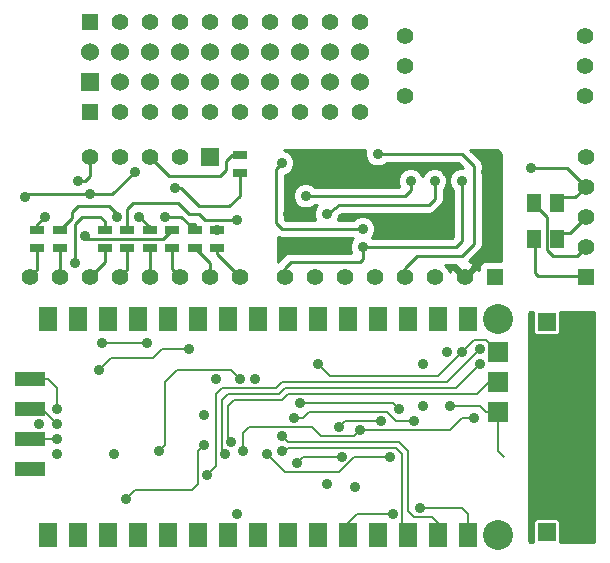
<source format=gbl>
G04 (created by PCBNEW (2014-01-10 BZR 4027)-stable) date Thursday, November 27, 2014 'pmt' 01:46:01 pm*
%MOIN*%
G04 Gerber Fmt 3.4, Leading zero omitted, Abs format*
%FSLAX34Y34*%
G01*
G70*
G90*
G04 APERTURE LIST*
%ADD10C,0.00393701*%
%ADD11R,0.1X0.05*%
%ADD12C,0.1*%
%ADD13R,0.07X0.07*%
%ADD14R,0.06X0.08*%
%ADD15R,0.055X0.055*%
%ADD16C,0.055*%
%ADD17R,0.0472441X0.0590551*%
%ADD18R,0.0590551X0.0590551*%
%ADD19R,0.045X0.025*%
%ADD20R,0.06X0.06*%
%ADD21C,0.06*%
%ADD22C,0.035*%
%ADD23C,0.007*%
%ADD24C,0.01*%
G04 APERTURE END LIST*
G54D10*
G54D11*
X70750Y-38150D03*
X70750Y-37150D03*
X70750Y-36150D03*
X70750Y-35150D03*
G54D12*
X86350Y-40350D03*
X86350Y-33150D03*
G54D13*
X86350Y-36250D03*
X86350Y-35250D03*
X86350Y-34250D03*
G54D14*
X75350Y-40350D03*
X74350Y-40350D03*
X73350Y-40350D03*
X72350Y-40350D03*
X71350Y-40350D03*
X80350Y-40350D03*
X79350Y-40350D03*
X78350Y-40350D03*
X77350Y-40350D03*
X76350Y-40350D03*
X85350Y-40350D03*
X84350Y-40350D03*
X83350Y-40350D03*
X82350Y-40350D03*
X81350Y-40350D03*
X81350Y-33150D03*
X82350Y-33150D03*
X83350Y-33150D03*
X84350Y-33150D03*
X85350Y-33150D03*
X76350Y-33150D03*
X77350Y-33150D03*
X78350Y-33150D03*
X79350Y-33150D03*
X80350Y-33150D03*
X71350Y-33150D03*
X72350Y-33150D03*
X73350Y-33150D03*
X74350Y-33150D03*
X75350Y-33150D03*
G54D15*
X89300Y-31750D03*
G54D16*
X89300Y-30750D03*
X89300Y-29750D03*
X89300Y-28750D03*
X89300Y-27750D03*
G54D17*
X87556Y-29309D03*
X88343Y-29309D03*
X88343Y-30490D03*
X87556Y-30490D03*
G54D16*
X83265Y-23735D03*
X83265Y-24735D03*
X83265Y-25735D03*
X89265Y-23735D03*
X89265Y-24735D03*
X89265Y-25735D03*
G54D15*
X86250Y-31755D03*
G54D16*
X85250Y-31755D03*
X84250Y-31755D03*
X83250Y-31755D03*
X82250Y-31755D03*
X81250Y-31755D03*
X80250Y-31755D03*
X79250Y-31755D03*
G54D18*
X76750Y-27750D03*
G54D16*
X77750Y-31750D03*
X76750Y-31750D03*
X75750Y-31750D03*
X74750Y-31750D03*
X73750Y-31750D03*
X72750Y-31750D03*
X71750Y-31750D03*
X70750Y-31750D03*
X75750Y-27750D03*
X74750Y-27750D03*
X73750Y-27750D03*
X72750Y-27750D03*
G54D19*
X77000Y-30200D03*
X77000Y-30800D03*
X74000Y-30200D03*
X74000Y-30800D03*
X76250Y-30200D03*
X76250Y-30800D03*
X77750Y-28300D03*
X77750Y-27700D03*
X73250Y-30200D03*
X73250Y-30800D03*
X75500Y-30200D03*
X75500Y-30800D03*
X71750Y-30200D03*
X71750Y-30800D03*
X74750Y-30200D03*
X74750Y-30800D03*
X71000Y-30200D03*
X71000Y-30800D03*
G54D20*
X87987Y-33262D03*
G54D21*
X88987Y-33262D03*
G54D20*
X87987Y-40262D03*
G54D21*
X88987Y-40262D03*
G54D20*
X72750Y-25250D03*
G54D21*
X72750Y-24250D03*
X73750Y-25250D03*
X73750Y-24250D03*
X74750Y-25250D03*
X74750Y-24250D03*
X75750Y-25250D03*
X75750Y-24250D03*
X76750Y-25250D03*
X76750Y-24250D03*
X77750Y-25250D03*
X77750Y-24250D03*
X78750Y-25250D03*
X78750Y-24250D03*
X79750Y-25250D03*
X79750Y-24250D03*
X80750Y-24250D03*
X81750Y-25250D03*
X80750Y-25250D03*
X81750Y-24250D03*
G54D15*
X72750Y-26250D03*
G54D16*
X73750Y-26250D03*
X74750Y-26250D03*
X75750Y-26250D03*
X76750Y-26250D03*
X77750Y-26250D03*
X78750Y-26250D03*
X79750Y-26250D03*
X80750Y-26250D03*
X81750Y-26250D03*
G54D15*
X72750Y-23250D03*
G54D16*
X73750Y-23250D03*
X74750Y-23250D03*
X75750Y-23250D03*
X76750Y-23250D03*
X77750Y-23250D03*
X78750Y-23250D03*
X79750Y-23250D03*
X80750Y-23250D03*
X81750Y-23250D03*
G54D22*
X71650Y-36150D03*
X81150Y-37750D03*
X79650Y-37950D03*
X74650Y-33950D03*
X73150Y-33950D03*
X85150Y-34250D03*
X80350Y-34650D03*
X75050Y-37550D03*
X77750Y-35150D03*
X73950Y-39150D03*
X76550Y-37350D03*
X77250Y-37650D03*
X85750Y-34650D03*
X77450Y-37250D03*
X85750Y-34150D03*
X76650Y-38350D03*
X82450Y-36550D03*
X81050Y-36750D03*
X83750Y-39450D03*
X79550Y-36450D03*
X83550Y-36550D03*
X83050Y-36150D03*
X79750Y-35950D03*
X80650Y-29655D03*
X84250Y-28555D03*
X71650Y-37150D03*
X71650Y-36650D03*
X82850Y-39650D03*
X79150Y-37550D03*
X79150Y-37050D03*
X82350Y-27655D03*
X79950Y-29055D03*
X83450Y-28555D03*
X85150Y-28555D03*
X81850Y-30755D03*
X82750Y-37750D03*
X78650Y-37650D03*
X85550Y-36450D03*
X77850Y-37550D03*
X81750Y-36850D03*
X85950Y-28255D03*
X71650Y-37650D03*
X84650Y-34250D03*
X83850Y-34650D03*
X83850Y-36050D03*
X84750Y-36050D03*
X81609Y-38753D03*
X76050Y-34150D03*
X73050Y-34850D03*
X80650Y-38650D03*
X78250Y-35150D03*
X71050Y-36650D03*
X77650Y-39650D03*
X73550Y-37650D03*
X76550Y-36350D03*
X76950Y-35150D03*
X79250Y-30855D03*
X80950Y-30655D03*
X80150Y-30855D03*
X79350Y-29655D03*
X82550Y-28555D03*
X84650Y-28255D03*
X87737Y-35012D03*
X87987Y-37762D03*
X72250Y-31300D03*
X75600Y-28800D03*
X75250Y-29750D03*
X77650Y-29850D03*
X77000Y-30200D03*
X73650Y-29750D03*
X72600Y-30400D03*
X71250Y-29750D03*
X74400Y-29750D03*
X70600Y-29100D03*
X74250Y-28250D03*
X72750Y-29000D03*
X87475Y-28125D03*
X72350Y-28550D03*
X79150Y-27955D03*
X81850Y-30155D03*
G54D23*
X70750Y-35150D02*
X71350Y-35150D01*
X71650Y-35450D02*
X71650Y-36150D01*
X71350Y-35150D02*
X71650Y-35450D01*
X79850Y-37750D02*
X79650Y-37950D01*
X81150Y-37750D02*
X79850Y-37750D01*
X85550Y-33850D02*
X85950Y-33850D01*
X85950Y-33850D02*
X86350Y-34250D01*
X74650Y-33950D02*
X73150Y-33950D01*
X80350Y-34650D02*
X80750Y-35050D01*
X80750Y-35050D02*
X84350Y-35050D01*
X84350Y-35050D02*
X85150Y-34250D01*
X85150Y-34250D02*
X85550Y-33850D01*
X75250Y-37350D02*
X75250Y-35250D01*
X75050Y-37550D02*
X75250Y-37350D01*
X77750Y-35150D02*
X77450Y-34850D01*
X77450Y-34850D02*
X75650Y-34850D01*
X75650Y-34850D02*
X75250Y-35250D01*
X73950Y-39150D02*
X74250Y-38850D01*
X76350Y-37550D02*
X76550Y-37350D01*
X76350Y-38650D02*
X76350Y-37550D01*
X76150Y-38850D02*
X76350Y-38650D01*
X74250Y-38850D02*
X76150Y-38850D01*
X79050Y-35650D02*
X77350Y-35650D01*
X77150Y-37550D02*
X77250Y-37650D01*
X77150Y-35850D02*
X77150Y-37550D01*
X77350Y-35650D02*
X77150Y-35850D01*
X79050Y-35650D02*
X79250Y-35450D01*
X84950Y-35450D02*
X85750Y-34650D01*
X79250Y-35450D02*
X84950Y-35450D01*
X86350Y-35250D02*
X86050Y-35250D01*
X85650Y-35650D02*
X86050Y-35250D01*
X79150Y-35850D02*
X77550Y-35850D01*
X77350Y-37150D02*
X77450Y-37250D01*
X77350Y-36050D02*
X77350Y-37150D01*
X77550Y-35850D02*
X77350Y-36050D01*
X79150Y-35850D02*
X79350Y-35650D01*
X79350Y-35650D02*
X85650Y-35650D01*
X78950Y-35450D02*
X77150Y-35450D01*
X76950Y-38050D02*
X76650Y-38350D01*
X76950Y-35650D02*
X76950Y-38050D01*
X77150Y-35450D02*
X76950Y-35650D01*
X78950Y-35450D02*
X79150Y-35250D01*
X84650Y-35250D02*
X85750Y-34150D01*
X79150Y-35250D02*
X84650Y-35250D01*
X81050Y-36750D02*
X81250Y-36550D01*
X81250Y-36550D02*
X82450Y-36550D01*
X83750Y-39450D02*
X85150Y-39450D01*
X85150Y-39450D02*
X85350Y-39650D01*
X85350Y-39650D02*
X85350Y-40250D01*
X83550Y-36550D02*
X82950Y-36550D01*
X79550Y-36450D02*
X79850Y-36450D01*
X79850Y-36450D02*
X80050Y-36250D01*
X80050Y-36250D02*
X82650Y-36250D01*
X82950Y-36550D02*
X82650Y-36250D01*
X79750Y-35950D02*
X82850Y-35950D01*
X82850Y-35950D02*
X83050Y-36150D01*
G54D24*
X84050Y-29355D02*
X81050Y-29355D01*
X81050Y-29355D02*
X80650Y-29655D01*
X84250Y-29155D02*
X84250Y-28555D01*
X84050Y-29355D02*
X84250Y-29155D01*
G54D23*
X71650Y-37150D02*
X70750Y-37150D01*
X70750Y-36150D02*
X71150Y-36150D01*
X71150Y-36150D02*
X71650Y-36650D01*
X81350Y-39950D02*
X81350Y-40250D01*
X81650Y-39650D02*
X81350Y-39950D01*
X82850Y-39650D02*
X81650Y-39650D01*
X79150Y-37550D02*
X79250Y-37550D01*
X83150Y-40050D02*
X83350Y-40250D01*
X83150Y-37650D02*
X83150Y-40050D01*
X82950Y-37450D02*
X83150Y-37650D01*
X79350Y-37450D02*
X82950Y-37450D01*
X79250Y-37550D02*
X79350Y-37450D01*
X83350Y-37550D02*
X83050Y-37250D01*
X83050Y-37250D02*
X81750Y-37250D01*
X83550Y-39750D02*
X83350Y-39550D01*
X79350Y-37250D02*
X79150Y-37050D01*
X81750Y-37250D02*
X79350Y-37250D01*
X83350Y-39550D02*
X83350Y-37550D01*
X84350Y-39950D02*
X84150Y-39750D01*
X84150Y-39750D02*
X83550Y-39750D01*
X84350Y-40250D02*
X84350Y-39950D01*
G54D24*
X83250Y-31755D02*
X83250Y-31455D01*
X85150Y-27655D02*
X82350Y-27655D01*
X85550Y-28055D02*
X85150Y-27655D01*
X85550Y-30655D02*
X85550Y-28055D01*
X85150Y-31055D02*
X85550Y-30655D01*
X83650Y-31055D02*
X85150Y-31055D01*
X83250Y-31455D02*
X83650Y-31055D01*
X83450Y-28855D02*
X83450Y-28555D01*
X83250Y-29055D02*
X83450Y-28855D01*
X79950Y-29055D02*
X83250Y-29055D01*
X79250Y-31755D02*
X79250Y-31455D01*
X81850Y-31155D02*
X81850Y-30755D01*
X81750Y-31255D02*
X81850Y-31155D01*
X79450Y-31255D02*
X81750Y-31255D01*
X79250Y-31455D02*
X79450Y-31255D01*
X81850Y-30755D02*
X84950Y-30755D01*
X84950Y-30755D02*
X85150Y-30555D01*
X85150Y-30555D02*
X85150Y-28555D01*
G54D23*
X79250Y-38250D02*
X78650Y-37650D01*
X81050Y-38250D02*
X79250Y-38250D01*
X81550Y-37750D02*
X81050Y-38250D01*
X82750Y-37750D02*
X81550Y-37750D01*
X85150Y-36450D02*
X85550Y-36450D01*
X81550Y-37050D02*
X80450Y-37050D01*
X77850Y-36950D02*
X77850Y-37550D01*
X78050Y-36750D02*
X77850Y-36950D01*
X80150Y-36750D02*
X78050Y-36750D01*
X80450Y-37050D02*
X80150Y-36750D01*
X81750Y-36850D02*
X84750Y-36850D01*
X84750Y-36850D02*
X85150Y-36450D01*
X81550Y-37050D02*
X81750Y-36850D01*
X86350Y-36250D02*
X86350Y-37550D01*
X86350Y-37550D02*
X86550Y-37750D01*
X86350Y-36250D02*
X85950Y-36250D01*
X85750Y-36050D02*
X84750Y-36050D01*
X85950Y-36250D02*
X85750Y-36050D01*
X81650Y-38750D02*
X81613Y-38750D01*
X81613Y-38750D02*
X81609Y-38753D01*
X76050Y-34150D02*
X75150Y-34150D01*
X73450Y-34450D02*
X73050Y-34850D01*
X74850Y-34450D02*
X73450Y-34450D01*
X75150Y-34150D02*
X74850Y-34450D01*
G54D24*
X87606Y-30290D02*
X87606Y-31643D01*
X89287Y-31737D02*
X89300Y-31750D01*
X87700Y-31737D02*
X89287Y-31737D01*
X87606Y-31643D02*
X87700Y-31737D01*
X74750Y-30800D02*
X74750Y-31750D01*
X77750Y-27700D02*
X77500Y-27700D01*
X75400Y-28400D02*
X74750Y-27750D01*
X77100Y-28400D02*
X75400Y-28400D01*
X77300Y-28200D02*
X77100Y-28400D01*
X77300Y-27900D02*
X77300Y-28200D01*
X77500Y-27700D02*
X77300Y-27900D01*
X73100Y-29750D02*
X72500Y-29750D01*
X72250Y-30000D02*
X72250Y-31300D01*
X72500Y-29750D02*
X72250Y-30000D01*
X73250Y-30200D02*
X73250Y-29900D01*
X73250Y-29900D02*
X73100Y-29750D01*
X77750Y-28300D02*
X77750Y-29050D01*
X75800Y-28800D02*
X75600Y-28800D01*
X76399Y-29399D02*
X75800Y-28800D01*
X77400Y-29399D02*
X76399Y-29399D01*
X77750Y-29050D02*
X77400Y-29399D01*
X76250Y-30000D02*
X76050Y-30000D01*
X75800Y-29750D02*
X75250Y-29750D01*
X76050Y-30000D02*
X75800Y-29750D01*
X76250Y-30000D02*
X76250Y-30200D01*
X75900Y-29500D02*
X75800Y-29400D01*
X74200Y-29300D02*
X74000Y-29500D01*
X75700Y-29300D02*
X74200Y-29300D01*
X75800Y-29400D02*
X75700Y-29300D01*
X76050Y-29650D02*
X75900Y-29500D01*
X74000Y-30200D02*
X74000Y-29500D01*
X76400Y-29650D02*
X76050Y-29650D01*
X76600Y-29850D02*
X76400Y-29650D01*
X77650Y-29850D02*
X76600Y-29850D01*
X73650Y-29750D02*
X73650Y-29650D01*
X72150Y-29800D02*
X71750Y-30200D01*
X72150Y-29600D02*
X72150Y-29800D01*
X72350Y-29400D02*
X72150Y-29600D01*
X73400Y-29400D02*
X72350Y-29400D01*
X73650Y-29650D02*
X73400Y-29400D01*
X88393Y-30290D02*
X88759Y-30290D01*
X88759Y-30290D02*
X89300Y-29750D01*
X75500Y-30800D02*
X75500Y-31500D01*
X75500Y-31500D02*
X75750Y-31750D01*
X72850Y-30500D02*
X72700Y-30500D01*
X75200Y-30500D02*
X72850Y-30500D01*
X75500Y-30200D02*
X75200Y-30500D01*
X72700Y-30500D02*
X72600Y-30400D01*
X71000Y-30000D02*
X71000Y-30200D01*
X71250Y-29750D02*
X71000Y-30000D01*
X74750Y-30200D02*
X74750Y-30100D01*
X74750Y-30100D02*
X74400Y-29750D01*
X71000Y-29000D02*
X70700Y-29000D01*
X70700Y-29000D02*
X70600Y-29100D01*
X72750Y-29000D02*
X73500Y-29000D01*
X73500Y-29000D02*
X74250Y-28250D01*
X72750Y-29000D02*
X71000Y-29000D01*
X88675Y-28125D02*
X89300Y-28750D01*
X87475Y-28125D02*
X88675Y-28125D01*
X88393Y-29109D02*
X88940Y-29109D01*
X88940Y-29109D02*
X89300Y-28750D01*
X76750Y-31750D02*
X76750Y-31300D01*
X76750Y-31300D02*
X76250Y-30800D01*
X77000Y-30800D02*
X77000Y-31000D01*
X77000Y-31000D02*
X77750Y-31750D01*
X87606Y-29109D02*
X87606Y-29356D01*
X89000Y-31050D02*
X89300Y-30750D01*
X88200Y-31050D02*
X89000Y-31050D01*
X88000Y-30850D02*
X88200Y-31050D01*
X88000Y-29750D02*
X88000Y-30850D01*
X87606Y-29356D02*
X88000Y-29750D01*
X73250Y-30800D02*
X73250Y-31250D01*
X73250Y-31250D02*
X72750Y-31750D01*
X71000Y-30800D02*
X71000Y-31500D01*
X71000Y-31500D02*
X70750Y-31750D01*
X71750Y-30800D02*
X71750Y-31750D01*
X74000Y-30800D02*
X74000Y-31500D01*
X74000Y-31500D02*
X73750Y-31750D01*
X72750Y-28400D02*
X72750Y-27750D01*
X72600Y-28550D02*
X72750Y-28400D01*
X72350Y-28550D02*
X72600Y-28550D01*
X78950Y-28155D02*
X79150Y-27955D01*
X78950Y-29955D02*
X78950Y-28155D01*
X79150Y-30155D02*
X78950Y-29955D01*
X81850Y-30155D02*
X79150Y-30155D01*
G54D10*
G36*
X84592Y-31355D02*
X84961Y-31355D01*
X84952Y-31387D01*
X85250Y-31684D01*
X85547Y-31387D01*
X85522Y-31294D01*
X85383Y-31245D01*
X85762Y-30867D01*
X85827Y-30769D01*
X85850Y-30655D01*
X85850Y-28055D01*
X85827Y-27940D01*
X85762Y-27842D01*
X85443Y-27524D01*
X86222Y-27524D01*
X86335Y-27547D01*
X86409Y-27596D01*
X86458Y-27669D01*
X86480Y-27781D01*
X86480Y-31229D01*
X86475Y-31229D01*
X85925Y-31229D01*
X85833Y-31267D01*
X85763Y-31338D01*
X85725Y-31430D01*
X85724Y-31517D01*
X85710Y-31482D01*
X85617Y-31457D01*
X85320Y-31755D01*
X85326Y-31760D01*
X85255Y-31831D01*
X85250Y-31825D01*
X85244Y-31831D01*
X85173Y-31760D01*
X85179Y-31755D01*
X84882Y-31457D01*
X84789Y-31482D01*
X84750Y-31592D01*
X84695Y-31458D01*
X84592Y-31355D01*
X84592Y-31355D01*
G37*
G54D24*
X84592Y-31355D02*
X84961Y-31355D01*
X84952Y-31387D01*
X85250Y-31684D01*
X85547Y-31387D01*
X85522Y-31294D01*
X85383Y-31245D01*
X85762Y-30867D01*
X85827Y-30769D01*
X85850Y-30655D01*
X85850Y-28055D01*
X85827Y-27940D01*
X85762Y-27842D01*
X85443Y-27524D01*
X86222Y-27524D01*
X86335Y-27547D01*
X86409Y-27596D01*
X86458Y-27669D01*
X86480Y-27781D01*
X86480Y-31229D01*
X86475Y-31229D01*
X85925Y-31229D01*
X85833Y-31267D01*
X85763Y-31338D01*
X85725Y-31430D01*
X85724Y-31517D01*
X85710Y-31482D01*
X85617Y-31457D01*
X85320Y-31755D01*
X85326Y-31760D01*
X85255Y-31831D01*
X85250Y-31825D01*
X85244Y-31831D01*
X85173Y-31760D01*
X85179Y-31755D01*
X84882Y-31457D01*
X84789Y-31482D01*
X84750Y-31592D01*
X84695Y-31458D01*
X84592Y-31355D01*
G54D10*
G36*
X79239Y-27531D02*
X79276Y-27524D01*
X81943Y-27524D01*
X81925Y-27570D01*
X81924Y-27739D01*
X81989Y-27895D01*
X82108Y-28015D01*
X82265Y-28079D01*
X82434Y-28080D01*
X82590Y-28015D01*
X82651Y-27955D01*
X85025Y-27955D01*
X85200Y-28130D01*
X85065Y-28129D01*
X84909Y-28194D01*
X84789Y-28313D01*
X84725Y-28470D01*
X84724Y-28639D01*
X84789Y-28795D01*
X84850Y-28856D01*
X84850Y-30430D01*
X84825Y-30455D01*
X82151Y-30455D01*
X82210Y-30396D01*
X82274Y-30239D01*
X82275Y-30070D01*
X82210Y-29914D01*
X82091Y-29794D01*
X81934Y-29730D01*
X81765Y-29729D01*
X81609Y-29794D01*
X81548Y-29855D01*
X81027Y-29855D01*
X81074Y-29739D01*
X81074Y-29711D01*
X81150Y-29655D01*
X84050Y-29655D01*
X84164Y-29632D01*
X84262Y-29567D01*
X84462Y-29367D01*
X84527Y-29269D01*
X84550Y-29155D01*
X84550Y-28856D01*
X84610Y-28796D01*
X84674Y-28639D01*
X84675Y-28470D01*
X84610Y-28314D01*
X84491Y-28194D01*
X84334Y-28130D01*
X84165Y-28129D01*
X84009Y-28194D01*
X83889Y-28313D01*
X83849Y-28410D01*
X83810Y-28314D01*
X83691Y-28194D01*
X83534Y-28130D01*
X83365Y-28129D01*
X83209Y-28194D01*
X83089Y-28313D01*
X83025Y-28470D01*
X83024Y-28639D01*
X83072Y-28755D01*
X80251Y-28755D01*
X80191Y-28694D01*
X80034Y-28630D01*
X79865Y-28629D01*
X79709Y-28694D01*
X79589Y-28813D01*
X79525Y-28970D01*
X79524Y-29139D01*
X79589Y-29295D01*
X79708Y-29415D01*
X79865Y-29479D01*
X80034Y-29480D01*
X80190Y-29415D01*
X80251Y-29355D01*
X80348Y-29355D01*
X80289Y-29413D01*
X80225Y-29570D01*
X80224Y-29739D01*
X80272Y-29855D01*
X79274Y-29855D01*
X79250Y-29830D01*
X79250Y-28373D01*
X79390Y-28315D01*
X79510Y-28196D01*
X79574Y-28039D01*
X79575Y-27870D01*
X79510Y-27714D01*
X79391Y-27594D01*
X79239Y-27531D01*
X79239Y-27531D01*
G37*
G54D24*
X79239Y-27531D02*
X79276Y-27524D01*
X81943Y-27524D01*
X81925Y-27570D01*
X81924Y-27739D01*
X81989Y-27895D01*
X82108Y-28015D01*
X82265Y-28079D01*
X82434Y-28080D01*
X82590Y-28015D01*
X82651Y-27955D01*
X85025Y-27955D01*
X85200Y-28130D01*
X85065Y-28129D01*
X84909Y-28194D01*
X84789Y-28313D01*
X84725Y-28470D01*
X84724Y-28639D01*
X84789Y-28795D01*
X84850Y-28856D01*
X84850Y-30430D01*
X84825Y-30455D01*
X82151Y-30455D01*
X82210Y-30396D01*
X82274Y-30239D01*
X82275Y-30070D01*
X82210Y-29914D01*
X82091Y-29794D01*
X81934Y-29730D01*
X81765Y-29729D01*
X81609Y-29794D01*
X81548Y-29855D01*
X81027Y-29855D01*
X81074Y-29739D01*
X81074Y-29711D01*
X81150Y-29655D01*
X84050Y-29655D01*
X84164Y-29632D01*
X84262Y-29567D01*
X84462Y-29367D01*
X84527Y-29269D01*
X84550Y-29155D01*
X84550Y-28856D01*
X84610Y-28796D01*
X84674Y-28639D01*
X84675Y-28470D01*
X84610Y-28314D01*
X84491Y-28194D01*
X84334Y-28130D01*
X84165Y-28129D01*
X84009Y-28194D01*
X83889Y-28313D01*
X83849Y-28410D01*
X83810Y-28314D01*
X83691Y-28194D01*
X83534Y-28130D01*
X83365Y-28129D01*
X83209Y-28194D01*
X83089Y-28313D01*
X83025Y-28470D01*
X83024Y-28639D01*
X83072Y-28755D01*
X80251Y-28755D01*
X80191Y-28694D01*
X80034Y-28630D01*
X79865Y-28629D01*
X79709Y-28694D01*
X79589Y-28813D01*
X79525Y-28970D01*
X79524Y-29139D01*
X79589Y-29295D01*
X79708Y-29415D01*
X79865Y-29479D01*
X80034Y-29480D01*
X80190Y-29415D01*
X80251Y-29355D01*
X80348Y-29355D01*
X80289Y-29413D01*
X80225Y-29570D01*
X80224Y-29739D01*
X80272Y-29855D01*
X79274Y-29855D01*
X79250Y-29830D01*
X79250Y-28373D01*
X79390Y-28315D01*
X79510Y-28196D01*
X79574Y-28039D01*
X79575Y-27870D01*
X79510Y-27714D01*
X79391Y-27594D01*
X79239Y-27531D01*
G54D10*
G36*
X79019Y-30421D02*
X79035Y-30432D01*
X79150Y-30455D01*
X81548Y-30455D01*
X81489Y-30513D01*
X81425Y-30670D01*
X81424Y-30839D01*
X81472Y-30955D01*
X79450Y-30955D01*
X79450Y-30955D01*
X79335Y-30977D01*
X79335Y-30977D01*
X79237Y-31042D01*
X79037Y-31242D01*
X79037Y-31242D01*
X79019Y-31270D01*
X79019Y-30421D01*
X79019Y-30421D01*
G37*
G54D24*
X79019Y-30421D02*
X79035Y-30432D01*
X79150Y-30455D01*
X81548Y-30455D01*
X81489Y-30513D01*
X81425Y-30670D01*
X81424Y-30839D01*
X81472Y-30955D01*
X79450Y-30955D01*
X79450Y-30955D01*
X79335Y-30977D01*
X79335Y-30977D01*
X79237Y-31042D01*
X79037Y-31242D01*
X79037Y-31242D01*
X79019Y-31270D01*
X79019Y-30421D01*
G54D10*
G36*
X89520Y-32932D02*
X89547Y-32937D01*
X89556Y-32943D01*
X89562Y-32952D01*
X89567Y-32979D01*
X89567Y-40545D01*
X89562Y-40572D01*
X89556Y-40581D01*
X89547Y-40587D01*
X89520Y-40592D01*
X88437Y-40592D01*
X88437Y-40592D01*
X88437Y-40532D01*
X88437Y-39932D01*
X88414Y-39877D01*
X88372Y-39835D01*
X88317Y-39812D01*
X88257Y-39812D01*
X87657Y-39812D01*
X87602Y-39835D01*
X87560Y-39877D01*
X87537Y-39932D01*
X87537Y-39992D01*
X87537Y-40592D01*
X87537Y-40592D01*
X87454Y-40592D01*
X87427Y-40587D01*
X87418Y-40581D01*
X87412Y-40572D01*
X87407Y-40545D01*
X87407Y-32979D01*
X87412Y-32952D01*
X87418Y-32943D01*
X87427Y-32937D01*
X87454Y-32932D01*
X87537Y-32932D01*
X87537Y-32932D01*
X87537Y-32992D01*
X87537Y-33592D01*
X87560Y-33647D01*
X87602Y-33689D01*
X87657Y-33712D01*
X87717Y-33712D01*
X88317Y-33712D01*
X88372Y-33689D01*
X88414Y-33647D01*
X88437Y-33592D01*
X88437Y-33532D01*
X88437Y-32932D01*
X88437Y-32932D01*
X89520Y-32932D01*
X89520Y-32932D01*
G37*
G54D24*
X89520Y-32932D02*
X89547Y-32937D01*
X89556Y-32943D01*
X89562Y-32952D01*
X89567Y-32979D01*
X89567Y-40545D01*
X89562Y-40572D01*
X89556Y-40581D01*
X89547Y-40587D01*
X89520Y-40592D01*
X88437Y-40592D01*
X88437Y-40592D01*
X88437Y-40532D01*
X88437Y-39932D01*
X88414Y-39877D01*
X88372Y-39835D01*
X88317Y-39812D01*
X88257Y-39812D01*
X87657Y-39812D01*
X87602Y-39835D01*
X87560Y-39877D01*
X87537Y-39932D01*
X87537Y-39992D01*
X87537Y-40592D01*
X87537Y-40592D01*
X87454Y-40592D01*
X87427Y-40587D01*
X87418Y-40581D01*
X87412Y-40572D01*
X87407Y-40545D01*
X87407Y-32979D01*
X87412Y-32952D01*
X87418Y-32943D01*
X87427Y-32937D01*
X87454Y-32932D01*
X87537Y-32932D01*
X87537Y-32932D01*
X87537Y-32992D01*
X87537Y-33592D01*
X87560Y-33647D01*
X87602Y-33689D01*
X87657Y-33712D01*
X87717Y-33712D01*
X88317Y-33712D01*
X88372Y-33689D01*
X88414Y-33647D01*
X88437Y-33592D01*
X88437Y-33532D01*
X88437Y-32932D01*
X88437Y-32932D01*
X89520Y-32932D01*
M02*

</source>
